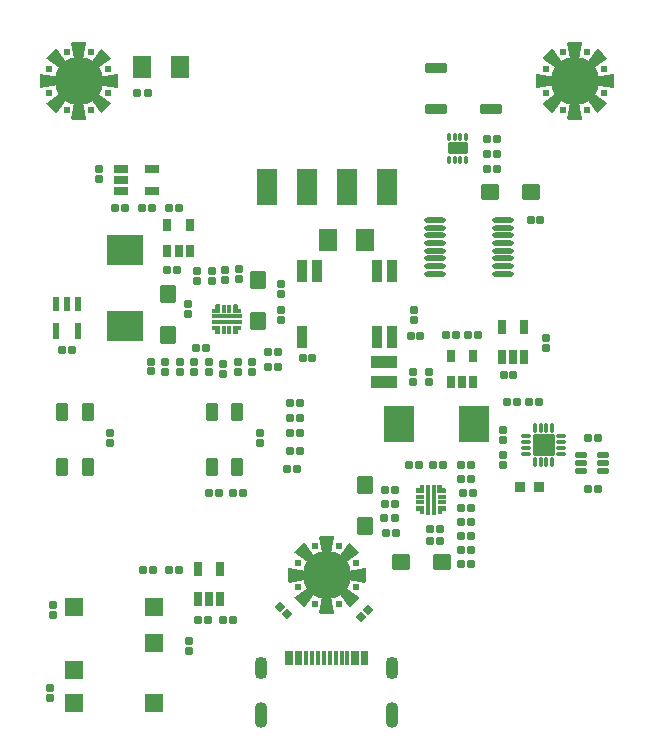
<source format=gts>
G04 Layer: TopSolderMaskLayer*
G04 EasyEDA Pro v3.2.58, 2026-01-05 14:09:15*
G04 Gerber Generator version 0.3*
G04 Scale: 100 percent, Rotated: No, Reflected: No*
G04 Dimensions in millimeters*
G04 Leading zeros omitted, absolute positions, 4 integers and 5 decimals*
G04 Generated by one-click*
%FSLAX45Y45*%
%MOMM*%
%AMRoundRect*1,1,$1,$2,$3*1,1,$1,$4,$5*1,1,$1,0-$2,0-$3*1,1,$1,0-$4,0-$5*20,1,$1,$2,$3,$4,$5,0*20,1,$1,$4,$5,0-$2,0-$3,0*20,1,$1,0-$2,0-$3,0-$4,0-$5,0*20,1,$1,0-$4,0-$5,$2,$3,0*4,1,4,$2,$3,$4,$5,0-$2,0-$3,0-$4,0-$5,$2,$3,0*%
%ADD10RoundRect,0.10003X-0.3X0.5X0.3X0.5*%
%ADD11RoundRect,0.1016X-0.7X0.6X0.7X0.6*%
%ADD12RoundRect,0.1016X-0.6X-0.7X-0.6X0.7*%
%ADD13RoundRect,0.1X-0.15X1.2X0.15X1.2*%
%ADD14RoundRect,0.1X-0.3X-0.12501X-0.3X0.12501*%
%ADD15RoundRect,0.1016X-0.3X-0.55X-0.3X0.55*%
%ADD16RoundRect,0.1X-1.2X-0.15X-1.2X0.15*%
%ADD17RoundRect,0.1X-0.12501X0.3X0.12501X0.3*%
%ADD18RoundRect,0.1016X-0.55X0.3X0.55X0.3*%
%ADD19RoundRect,0.1050X-0.85X0.35X0.85X0.35*%
%ADD20RoundRect,0.1016X-0.85X0.35X0.85X0.35*%
%ADD21RoundRect,0.1016X-0.25X0.27X0.25X0.27*%
%ADD22RoundRect,0.1016X-0.27X-0.25X-0.27X0.25*%
%ADD23RoundRect,0.1016X-0.45X-0.2X-0.45X0.2*%
%ADD24RoundRect,0.1016X-0.28283X0.27X0.28283X0.27*%
%ADD25RoundRect,0.1016X-0.27X-0.28283X-0.27X0.28283*%
%ADD26RoundRect,0.1016X-0.42501X0.7X0.42501X0.7*%
%ADD27RoundRect,0.1X-0.12501X-0.2605X-0.12501X0.2605*%
%ADD28RoundRect,0.1X-0.8X-0.45X-0.8X0.45*%
%ADD29RoundRect,0.1016X-0.245X0.5785X0.245X0.5785*%
%ADD30RoundRect,0.1016X-0.245X0.5875X0.245X0.5875*%
%ADD31RoundRect,0.1016X-0.74251X0.86399X0.74251X0.86399*%
%ADD32RoundRect,0.10003X-0.15X0.57501X0.15X0.57501*%
%ADD33O,1.1X1.9*%
%ADD34O,1.1X2.2*%
%ADD35RoundRect,0.1016X-1.05X-0.47501X-1.05X0.47501*%
%ADD36RoundRect,0.1016X-0.4X0.85X0.4X0.85*%
%ADD37RoundRect,0.1016X-0.762X1.5X0.762X1.5*%
%ADD38O,1.83309X0.4446*%
%ADD39RoundRect,0.1016X-0.12501X0.37501X0.12501X0.37501*%
%ADD40RoundRect,0.1016X-0.37501X0.12501X0.37501X0.12501*%
%ADD41RoundRect,0.1016X-0.85X0.85X0.85X0.85*%
%ADD42RoundRect,0.1016X-0.4X-0.4X-0.4X0.4*%
%ADD43RoundRect,0.10003X-0.7X0.75X0.7X0.75*%
%ADD44C,0.61*%
%ADD45C,4.1016*%
%ADD46RoundRect,0.1016X0.00907X-0.39091X-0.39091X0.00907*%
%ADD47RoundRect,0.1016X-0.39091X-0.00907X0.00907X0.39091*%
%ADD48RoundRect,0.1016X-1.25X1.50495X1.25X1.50495*%
%ADD49RoundRect,0.1016X-1.50495X-1.25X-1.50495X1.25*%
G75*


G04 Pad Start*
G54D10*
G01X3549904Y3272307D03*
G01X3739896Y3272307D03*
G01X3549904Y3052293D03*
G01X3739896Y3052293D03*
G01X3644900Y3052293D03*
G01X1149604Y4377207D03*
G01X1339596Y4377207D03*
G01X1149604Y4157193D03*
G01X1339596Y4157193D03*
G01X1244600Y4157193D03*
G54D11*
G01X3125698Y1523164D03*
G01X3472713Y1523164D03*
G54D12*
G01X1155700Y3445993D03*
G01X1155700Y3793007D03*
G01X2822972Y1830656D03*
G01X2822972Y2177671D03*
G01X1919779Y3917830D03*
G01X1919779Y3570815D03*
G36*
G01X3472409Y1960184D02*
G01X3472409Y1935184D01*
G02X3467409Y1930184I-5000J0D01*
G01X3442410Y1930184D01*
G02X3437410Y1935184I0J5000D01*
G01X3437410Y1935184D01*
G01X3437410Y1965183D01*
G01X3437405Y1995183D01*
G01X3437405Y1995183D01*
G02X3442405Y2000183I5000J1D01*
G01X3502405Y2000183D01*
G02X3507405Y1995183I0J-5000D01*
G01X3507405Y1965184D01*
G02X3502405Y1960184I-5000J0D01*
G01X3472409Y1960184D01*
G37*
G36*
G01X3471441Y2175183D02*
G01X3471441Y2150181D01*
G01X3501437Y2150181D01*
G02X3506437Y2145181I0J-5000D01*
G01X3506437Y2115183D01*
G02X3501437Y2110183I-5000J0D01*
G01X3441438Y2110183D01*
G02X3436438Y2115183I0J5000D01*
G01X3436438Y2145181D01*
G01X3436438Y2145181D01*
G01X3436443Y2175184D01*
G01X3436443Y2175184D01*
G02X3441443Y2180183I5000J-1D01*
G01X3466441Y2180183D01*
G02X3471441Y2175183I0J-5000D01*
G37*
G36*
G01X3289402Y2150181D02*
G01X3289402Y2175181D01*
G02X3294402Y2180181I5000J0D01*
G01X3319401Y2180181D01*
G02X3324401Y2175181I0J-5000D01*
G01X3324401Y2145181D01*
G01X3324406Y2115182D01*
G02X3319406Y2110181I-5000J-1D01*
G01X3259406Y2110181D01*
G02X3254406Y2115181I0J5000D01*
G01X3254406Y2145181D01*
G02X3259406Y2150181I5000J0D01*
G01X3289402Y2150181D01*
G37*
G36*
G01X3289402Y1935184D02*
G01X3289402Y1960184D01*
G01X3259406Y1960184D01*
G02X3254406Y1965184I0J5000D01*
G01X3254406Y1995183D01*
G02X3259406Y2000183I5000J0D01*
G01X3319406Y2000183D01*
G02X3324406Y1995183I0J-5000D01*
G01X3324406Y1965184D01*
G01X3324406Y1965184D01*
G01X3324406Y1965183D01*
G01X3324406Y1965183D01*
G01X3324401Y1935183D01*
G01X3324401Y1935183D01*
G02X3319401Y1930184I-5000J1D01*
G01X3294402Y1930184D01*
G02X3289402Y1935184I0J5000D01*
G37*
G54D13*
G01X3404399Y2055183D03*
G01X3354412Y2055183D03*
G54D14*
G01X3471405Y2032679D03*
G01X3471430Y2077688D03*
G01X3290404Y2032679D03*
G01X3290404Y2077688D03*
G54D15*
G01X3981704Y3520910D03*
G01X4171696Y3520910D03*
G01X4171696Y3260890D03*
G01X4076700Y3260890D03*
G01X3981704Y3260890D03*
G36*
G01X1556000Y3489895D02*
G01X1531000Y3489895D01*
G02X1526000Y3494895I0J5000D01*
G01X1526000Y3519894D01*
G02X1531000Y3524894I5000J0D01*
G01X1561000Y3524894D01*
G01X1590999Y3524899D01*
G02X1596000Y3519899I1J-5000D01*
G01X1596000Y3459899D01*
G02X1591000Y3454899I-5000J0D01*
G01X1561000Y3454899D01*
G02X1556000Y3459899I0J5000D01*
G01X1556000Y3489895D01*
G37*
G36*
G01X1771000Y3490863D02*
G01X1745997Y3490863D01*
G01X1745997Y3460867D01*
G02X1740997Y3455867I-5000J0D01*
G01X1711000Y3455867D01*
G02X1706000Y3460867I0J5000D01*
G01X1706000Y3520867D01*
G02X1711000Y3525867I5000J0D01*
G01X1740997Y3525867D01*
G01X1740997Y3525867D01*
G01X1740998Y3525867D01*
G01X1740998Y3525867D01*
G01X1771001Y3525862D01*
G02X1776000Y3520862I-1J-5000D01*
G01X1776000Y3495863D01*
G02X1771000Y3490863I-5000J0D01*
G37*
G36*
G01X1745997Y3672902D02*
G01X1770997Y3672902D01*
G02X1775997Y3667902I0J-5000D01*
G01X1775997Y3667902D01*
G01X1775997Y3642904D01*
G01X1775997Y3642904D01*
G02X1770997Y3637904I-5000J0D01*
G01X1740998Y3637904D01*
G01X1710998Y3637898D01*
G02X1705997Y3642898I-1J5000D01*
G01X1705997Y3702898D01*
G02X1710997Y3707898I5000J0D01*
G01X1740997Y3707898D01*
G02X1745997Y3702898I0J-5000D01*
G01X1745997Y3672902D01*
G37*
G36*
G01X1531000Y3672902D02*
G01X1556000Y3672902D01*
G01X1556000Y3702898D01*
G02X1561000Y3707898I5000J0D01*
G01X1591000Y3707898D01*
G02X1596000Y3702898I0J-5000D01*
G01X1596000Y3642898D01*
G02X1591000Y3637898I-5000J0D01*
G01X1561000Y3637898D01*
G01X1561000Y3637898D01*
G01X1560999Y3637898D01*
G01X1530999Y3637904D01*
G02X1526000Y3642904I1J5000D01*
G01X1526000Y3667902D01*
G02X1531000Y3672902I5000J0D01*
G37*
G54D16*
G01X1651000Y3557905D03*
G01X1651000Y3607892D03*
G54D17*
G01X1628496Y3490900D03*
G01X1673504Y3490874D03*
G01X1628496Y3671900D03*
G01X1673504Y3671900D03*
G54D18*
G01X1019010Y4857496D03*
G01X1019010Y4667504D03*
G01X758990Y4667504D03*
G01X758990Y4762500D03*
G01X758990Y4857496D03*
G54D20*
G01X3887597Y5362207D03*
G01X3427603Y5362207D03*
G01X3427603Y5712193D03*
G54D21*
G01X2190825Y2470150D03*
G01X2274848Y2470150D03*
G54D22*
G01X3225800Y3049567D03*
G01X3225800Y3133590D03*
G54D21*
G01X3507638Y3448050D03*
G01X3591662Y3448050D03*
G01X3940912Y4978452D03*
G01X3856888Y4978452D03*
G01X3638194Y1507695D03*
G01X3722217Y1507695D03*
G01X3193694Y2348664D03*
G01X3277717Y2348664D03*
G01X3074517Y2018464D03*
G01X2990494Y2018464D03*
G01X3001153Y1774395D03*
G01X3085176Y1774395D03*
G01X1019545Y4521200D03*
G01X935521Y4521200D03*
G54D22*
G01X571500Y4855312D03*
G01X571500Y4771288D03*
G54D21*
G01X3455517Y1802564D03*
G01X3371494Y1802564D03*
G01X1231900Y3996588D03*
G01X1147877Y3996588D03*
G01X1248512Y4521200D03*
G01X1164488Y4521200D03*
G01X3698138Y3448050D03*
G01X3782162Y3448050D03*
G01X3996588Y3111500D03*
G01X4080612Y3111500D03*
G54D22*
G01X1011665Y3224055D03*
G01X1011665Y3140032D03*
G01X1320800Y3628288D03*
G01X1320800Y3712312D03*
G01X1642212Y3916477D03*
G01X1642212Y4000500D03*
G54D21*
G01X2088752Y3175000D03*
G01X2004729Y3175000D03*
G54D22*
G01X1397000Y3991712D03*
G01X1397000Y3907688D03*
G54D21*
G01X3940912Y4851400D03*
G01X3856888Y4851400D03*
G01X256407Y3318204D03*
G01X340431Y3318204D03*
G54D11*
G01X3877793Y4660900D03*
G01X4224807Y4660900D03*
G54D23*
G01X4656286Y2364505D03*
G01X4656286Y2299507D03*
G01X4836270Y2299507D03*
G01X4836270Y2364505D03*
G01X4836270Y2429504D03*
G01X4656286Y2429504D03*
G54D24*
G01X3723487Y2348664D03*
G01X3636924Y2348664D03*
G01X2987183Y1901395D03*
G01X3073746Y1901395D03*
G01X3723487Y1868170D03*
G01X3636924Y1868170D03*
G01X3723487Y2228540D03*
G01X3636924Y2228540D03*
G01X3395624Y2348664D03*
G01X3482187Y2348664D03*
G54D25*
G01X4356100Y3334918D03*
G01X4356100Y3421482D03*
G54D24*
G01X2989224Y2132764D03*
G01X3075787Y2132764D03*
G54D25*
G01X1378254Y3131718D03*
G01X1378254Y3218282D03*
G54D24*
G01X3636924Y1988293D03*
G01X3723487Y1988293D03*
G01X3723487Y1748046D03*
G01X3636924Y1748046D03*
G01X3636924Y1627923D03*
G01X3723487Y1627923D03*
G54D25*
G01X1500416Y3131718D03*
G01X1500416Y3218282D03*
G01X1744738Y3131718D03*
G01X1744738Y3218282D03*
G01X1752600Y4005682D03*
G01X1752600Y3919118D03*
G54D24*
G01X1478382Y3340100D03*
G01X1391818Y3340100D03*
G54D25*
G01X1256092Y3131718D03*
G01X1256092Y3218282D03*
G01X1133931Y3218282D03*
G01X1133931Y3131718D03*
G01X1866900Y3131718D03*
G01X1866900Y3218282D03*
G01X1524000Y3992982D03*
G01X1524000Y3906418D03*
G54D24*
G01X706018Y4521200D03*
G01X792582Y4521200D03*
G01X4711680Y2142463D03*
G01X4798244Y2142463D03*
G01X4711680Y2579858D03*
G01X4798244Y2579858D03*
G01X3855618Y5105400D03*
G01X3942182Y5105400D03*
G54D25*
G01X660400Y2534818D03*
G01X660400Y2621382D03*
G54D24*
G01X2245789Y2313021D03*
G01X2159226Y2313021D03*
G54D25*
G01X2108200Y3878682D03*
G01X2108200Y3792118D03*
G01X2108200Y3576218D03*
G01X2108200Y3662782D03*
G54D26*
G01X475793Y2799889D03*
G01X475793Y2329903D03*
G01X260807Y2329903D03*
G01X260807Y2799889D03*
G54D27*
G01X3681806Y5124196D03*
G01X3631794Y5124196D03*
G01X3581806Y5124196D03*
G01X3531794Y5124196D03*
G01X3531794Y4934204D03*
G01X3581806Y4934204D03*
G01X3631794Y4934204D03*
G01X3681806Y4934204D03*
G54D28*
G01X3606800Y5029200D03*
G54D29*
G01X393857Y3712971D03*
G01X298861Y3712971D03*
G01X203865Y3712971D03*
G54D30*
G01X203865Y3482237D03*
G01X393857Y3482237D03*
G54D21*
G01X3651791Y2108417D03*
G01X3736789Y2108417D03*
G54D22*
G01X1622577Y3203415D03*
G01X1622577Y3118416D03*
G54D21*
G01X3455517Y1700964D03*
G01X3371494Y1700964D03*
G01X2088752Y3304769D03*
G01X2004729Y3304769D03*
G54D31*
G01X1254033Y5714275D03*
G01X935517Y5714275D03*
G01X2507742Y4254500D03*
G01X2826258Y4254500D03*
G54D32*
G01X2835001Y713722D03*
G01X2164999Y713722D03*
G01X2805003Y713722D03*
G01X2194997Y713722D03*
G01X2754991Y713722D03*
G01X2245009Y713722D03*
G01X2724993Y713722D03*
G01X2275007Y713722D03*
G01X2675006Y713722D03*
G01X2624993Y713722D03*
G01X2575006Y713722D03*
G01X2524994Y713722D03*
G01X2475006Y713722D03*
G01X2424994Y713722D03*
G01X2375007Y713722D03*
G01X2324994Y713722D03*
G54D33*
G01X3053999Y629699D03*
G01X1946001Y629699D03*
G54D34*
G01X3053999Y229700D03*
G01X1946001Y229700D03*
G54D35*
G01X2984500Y3054375D03*
G01X2984500Y3219399D03*
G54D36*
G01X3048000Y3988397D03*
G01X2921000Y3988397D03*
G01X2413000Y3988397D03*
G01X2286000Y3988397D03*
G01X2286000Y3428403D03*
G01X2921000Y3428403D03*
G01X3048000Y3428403D03*
G54D37*
G01X1992000Y4704426D03*
G01X2330667Y4704426D03*
G01X2669333Y4704426D03*
G01X3008000Y4704426D03*
G54D21*
G01X2190825Y2618873D03*
G01X2274848Y2618873D03*
G01X1248512Y1460500D03*
G01X1164488Y1460500D03*
G01X1410909Y1036971D03*
G01X1494932Y1036971D03*
G54D24*
G01X2189555Y2745925D03*
G01X2276118Y2745925D03*
G01X2189555Y2872873D03*
G01X2276118Y2872873D03*
G54D25*
G01X177800Y1074318D03*
G01X177800Y1160882D03*
G01X152400Y462382D03*
G01X152400Y375818D03*
G54D15*
G01X1408777Y1471636D03*
G01X1598769Y1471636D03*
G01X1598769Y1211616D03*
G01X1503773Y1211616D03*
G01X1408777Y1211616D03*
G54D38*
G01X3418757Y4422703D03*
G01X3418757Y4357705D03*
G01X3418757Y4292706D03*
G01X3418757Y4227682D03*
G01X3418757Y4162684D03*
G01X3418757Y4097685D03*
G01X3418757Y4032686D03*
G01X3418757Y3967688D03*
G01X3991908Y4422703D03*
G01X3991908Y4357705D03*
G01X3991908Y4292706D03*
G01X3991908Y4227682D03*
G01X3991908Y4162684D03*
G01X3991908Y4097685D03*
G01X3991908Y4032686D03*
G01X3991908Y3967688D03*
G54D22*
G01X3238500Y3577488D03*
G01X3238500Y3661512D03*
G54D21*
G01X1705006Y2107696D03*
G01X1789029Y2107696D03*
G54D24*
G01X1587099Y2107696D03*
G01X1500536Y2107696D03*
G54D25*
G01X1930400Y2621382D03*
G01X1930400Y2534818D03*
G01X1333500Y856082D03*
G01X1333500Y769518D03*
G54D24*
G01X1027019Y1463239D03*
G01X940456Y1463239D03*
G54D26*
G01X1525225Y2329903D03*
G01X1525225Y2799889D03*
G01X1740211Y2799889D03*
G01X1740211Y2329903D03*
G54D39*
G01X4409838Y2659847D03*
G01X4359851Y2659847D03*
G01X4309838Y2659847D03*
G01X4259851Y2659872D03*
G54D40*
G01X4190001Y2589844D03*
G01X4190001Y2539857D03*
G01X4190001Y2489844D03*
G01X4190001Y2439857D03*
G54D39*
G01X4260003Y2369855D03*
G01X4309991Y2369855D03*
G01X4360003Y2369855D03*
G01X4409914Y2369855D03*
G54D40*
G01X4479993Y2439857D03*
G01X4479993Y2489844D03*
G01X4479993Y2539857D03*
G01X4479993Y2589844D03*
G54D41*
G01X4334959Y2514863D03*
G54D42*
G01X4137037Y2160420D03*
G01X4296930Y2161106D03*
G54D43*
G01X359996Y334998D03*
G01X1040005Y334998D03*
G01X359996Y610004D03*
G01X1040005Y840001D03*
G01X359996Y1149982D03*
G01X1040005Y1149982D03*
G36*
G01X2562307Y1739905D02*
G01X2505003Y1414918D01*
G01X2505003Y1414918D01*
G02X2494997Y1414918I-5003J882D01*
G01X2437693Y1739905D01*
G02X2442696Y1745867I5003J882D01*
G01X2557304Y1745867D01*
G02X2562307Y1739905I0J-5080D01*
G37*
G36*
G01X2175895Y1478107D02*
G01X2500882Y1420803D01*
G02X2500882Y1410797I-882J-5003D01*
G01X2175895Y1353493D01*
G02X2169933Y1358496I-882J5003D01*
G01X2169933Y1358496D01*
G01X2169933Y1473104D01*
G01X2169933Y1473104D01*
G02X2175895Y1478107I5080J0D01*
G37*
G36*
G01X2824104Y1353493D02*
G01X2499118Y1410797D01*
G01X2499118Y1410797D01*
G02X2499118Y1420803I882J5003D01*
G01X2499118Y1420803D01*
G01X2824104Y1478107D01*
G02X2830066Y1473104I882J-5003D01*
G01X2830066Y1358496D01*
G02X2824104Y1353493I-5080J0D01*
G37*
G36*
G01X2437693Y1091696D02*
G01X2494997Y1416682D01*
G02X2505003Y1416682I5003J-882D01*
G01X2505003Y1416682D01*
G01X2562307Y1091696D01*
G02X2557304Y1085733I-5003J-882D01*
G01X2442696Y1085733D01*
G02X2437693Y1091696I0J5080D01*
G37*
G36*
G01X2773234Y1600919D02*
G01X2502914Y1411639D01*
G01X2502914Y1411639D01*
G02X2495839Y1418714I-2914J4161D01*
G01X2495839Y1418714D01*
G01X2685119Y1689034D01*
G02X2692872Y1689712I4161J-2914D01*
G01X2773912Y1608672D01*
G02X2773234Y1600919I-3592J-3592D01*
G37*
G36*
G01X2685119Y1142566D02*
G01X2495839Y1412886D01*
G01X2495839Y1412886D01*
G02X2502914Y1419961I4161J2914D01*
G01X2502914Y1419961D01*
G01X2773234Y1230681D01*
G02X2773912Y1222928I-2914J-4161D01*
G01X2692872Y1141888D01*
G02X2685119Y1142566I-3592J3592D01*
G37*
G36*
G01X2314881Y1689034D02*
G01X2504161Y1418714D01*
G02X2497086Y1411639I-4161J-2914D01*
G01X2226766Y1600919D01*
G01X2226766Y1600919D01*
G02X2226087Y1608672I2914J4161D01*
G01X2307127Y1689712D01*
G01X2307127Y1689712D01*
G02X2314881Y1689034I3592J-3592D01*
G37*
G36*
G01X2226766Y1230681D02*
G01X2497086Y1419961D01*
G02X2504161Y1412886I2914J-4161D01*
G01X2314881Y1142566D01*
G01X2314881Y1142566D01*
G02X2307127Y1141888I-4161J2914D01*
G01X2307127Y1141888D01*
G01X2226087Y1222928D01*
G02X2226766Y1230681I3592J3592D01*
G37*
G54D44*
G01X2602750Y1663863D03*
G01X2748063Y1518552D03*
G01X2397248Y1663863D03*
G01X2251937Y1518550D03*
G01X2602751Y1167737D03*
G01X2748063Y1313050D03*
G01X2397249Y1167737D03*
G01X2251937Y1313048D03*
G54D45*
G01X2500000Y1415800D03*
G36*
G01X4662339Y5924106D02*
G01X4605035Y5599119D01*
G01X4605035Y5599119D01*
G02X4595029Y5599119I-5003J882D01*
G01X4537725Y5924106D01*
G02X4542728Y5930068I5003J882D01*
G01X4657336Y5930068D01*
G02X4662339Y5924106I0J-5080D01*
G37*
G36*
G01X4275928Y5662308D02*
G01X4600914Y5605004D01*
G02X4600914Y5594999I-882J-5003D01*
G01X4275928Y5537695D01*
G02X4269966Y5542698I-882J5003D01*
G01X4269966Y5542698D01*
G01X4269966Y5657305D01*
G01X4269966Y5657305D01*
G02X4275928Y5662308I5080J0D01*
G37*
G36*
G01X4924137Y5537695D02*
G01X4599150Y5594999D01*
G01X4599150Y5594999D01*
G02X4599150Y5605004I882J5003D01*
G01X4599150Y5605004D01*
G01X4924137Y5662308D01*
G02X4930099Y5657305I882J-5003D01*
G01X4930099Y5542698D01*
G02X4924137Y5537695I-5080J0D01*
G37*
G36*
G01X4537725Y5275897D02*
G01X4595029Y5600884D01*
G02X4605035Y5600884I5003J-882D01*
G01X4605035Y5600884D01*
G01X4662339Y5275897D01*
G02X4657336Y5269935I-5003J-882D01*
G01X4542728Y5269935D01*
G02X4537725Y5275897I0J5080D01*
G37*
G36*
G01X4873266Y5785120D02*
G01X4602946Y5595840D01*
G01X4602946Y5595840D01*
G02X4595871Y5602915I-2914J4161D01*
G01X4595871Y5602915D01*
G01X4785151Y5873236D01*
G02X4792905Y5873914I4161J-2914D01*
G01X4873945Y5792874D01*
G02X4873266Y5785120I-3592J-3592D01*
G37*
G36*
G01X4785151Y5326767D02*
G01X4595871Y5597088D01*
G01X4595871Y5597088D01*
G02X4602946Y5604163I4161J2914D01*
G01X4602946Y5604163D01*
G01X4873266Y5414883D01*
G02X4873945Y5407129I-2914J-4161D01*
G01X4792905Y5326089D01*
G02X4785151Y5326767I-3592J3592D01*
G37*
G36*
G01X4414913Y5873236D02*
G01X4604193Y5602915D01*
G02X4597118Y5595840I-4161J-2914D01*
G01X4326798Y5785120D01*
G01X4326798Y5785120D01*
G02X4326120Y5792874I2914J4161D01*
G01X4407160Y5873914D01*
G02X4414913Y5873236I3592J-3592D01*
G37*
G36*
G01X4326798Y5414883D02*
G01X4597118Y5604163D01*
G02X4604193Y5597088I2914J-4161D01*
G01X4414913Y5326767D01*
G01X4414913Y5326767D01*
G02X4407160Y5326089I-4161J2914D01*
G01X4326120Y5407129D01*
G02X4326798Y5414883I3592J3592D01*
G37*
G54D44*
G01X4702783Y5848065D03*
G01X4848095Y5702753D03*
G01X4497281Y5848064D03*
G01X4351969Y5702752D03*
G01X4702784Y5351939D03*
G01X4848095Y5497251D03*
G01X4497282Y5351938D03*
G01X4351969Y5497250D03*
G54D45*
G01X4600032Y5600002D03*
G36*
G01X462339Y5924106D02*
G01X405035Y5599119D01*
G02X395029Y5599119I-5003J882D01*
G01X337725Y5924106D01*
G02X342728Y5930068I5003J882D01*
G01X457336Y5930068D01*
G02X462339Y5924106I0J-5080D01*
G37*
G36*
G01X75927Y5662308D02*
G01X400914Y5605004D01*
G02X400914Y5594999I-882J-5003D01*
G01X75927Y5537695D01*
G02X69965Y5542698I-882J5003D01*
G01X69965Y5657305D01*
G02X75927Y5662308I5080J0D01*
G37*
G36*
G01X724136Y5537695D02*
G01X399150Y5594999D01*
G02X399150Y5605004I882J5003D01*
G01X724136Y5662308D01*
G02X730099Y5657305I882J-5003D01*
G01X730099Y5657305D01*
G01X730099Y5542698D01*
G01X730099Y5542698D01*
G02X724136Y5537695I-5080J0D01*
G37*
G36*
G01X337725Y5275897D02*
G01X395029Y5600884D01*
G01X395029Y5600884D01*
G02X405035Y5600884I5003J-882D01*
G01X462339Y5275897D01*
G01X462339Y5275897D01*
G02X457336Y5269935I-5003J-882D01*
G01X342728Y5269935D01*
G02X337725Y5275897I0J5080D01*
G37*
G36*
G01X673266Y5785120D02*
G01X402946Y5595840D01*
G01X402946Y5595840D01*
G02X395871Y5602915I-2914J4161D01*
G01X395871Y5602915D01*
G01X585151Y5873236D01*
G02X592904Y5873914I4161J-2914D01*
G01X673944Y5792874D01*
G02X673266Y5785120I-3592J-3592D01*
G37*
G36*
G01X585151Y5326767D02*
G01X395871Y5597088D01*
G01X395871Y5597088D01*
G02X402946Y5604163I4161J2914D01*
G01X673266Y5414883D01*
G02X673944Y5407129I-2914J-4161D01*
G01X592904Y5326089D01*
G02X585151Y5326767I-3592J3592D01*
G37*
G36*
G01X214913Y5873236D02*
G01X404193Y5602915D01*
G02X397118Y5595840I-4161J-2914D01*
G01X126798Y5785120D01*
G02X126120Y5792874I2914J4161D01*
G01X207160Y5873914D01*
G02X214913Y5873236I3592J-3592D01*
G37*
G36*
G01X126798Y5414883D02*
G01X397118Y5604163D01*
G02X404193Y5597088I2914J-4161D01*
G01X214913Y5326767D01*
G01X214913Y5326767D01*
G02X207160Y5326089I-4161J2914D01*
G01X126120Y5407129D01*
G02X126798Y5414883I3592J3592D01*
G37*
G54D44*
G01X502782Y5848065D03*
G01X648095Y5702753D03*
G01X297280Y5848064D03*
G01X151969Y5702752D03*
G01X502784Y5351939D03*
G01X648095Y5497251D03*
G01X297282Y5351938D03*
G01X151969Y5497250D03*
G54D45*
G01X400032Y5600002D03*
G54D22*
G01X3365500Y3133590D03*
G01X3365500Y3049567D03*
G54D21*
G01X3209188Y3441700D03*
G01X3293212Y3441700D03*
G01X4225188Y4419600D03*
G01X4309212Y4419600D03*
G54D22*
G01X3988383Y2647270D03*
G01X3988383Y2563247D03*
G54D21*
G01X4213072Y2884658D03*
G01X4297095Y2884658D03*
G01X4022572Y2884658D03*
G01X4106595Y2884658D03*
G54D24*
G01X983082Y5499100D03*
G01X896518Y5499100D03*
G54D46*
G01X2099566Y1143931D03*
G01X2160775Y1082721D03*
G54D47*
G01X2850005Y1122805D03*
G01X2788795Y1061595D03*
G54D24*
G01X1706982Y1036971D03*
G01X1620418Y1036971D03*
G54D25*
G01X3988383Y2432640D03*
G01X3988383Y2346077D03*
G54D48*
G01X3109354Y2692400D03*
G01X3748646Y2692400D03*
G54D49*
G01X787400Y4167746D03*
G01X787400Y3528454D03*
G54D21*
G01X2294788Y3251200D03*
G01X2378812Y3251200D03*
G04 Pad End*

M02*


</source>
